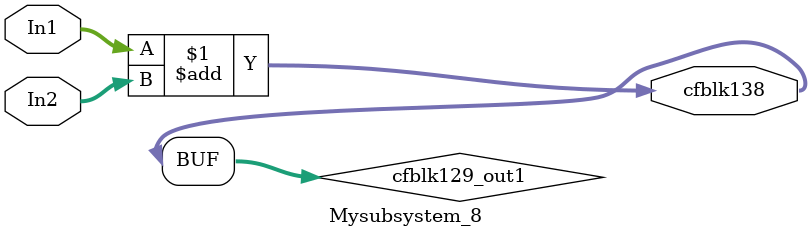
<source format=v>



`timescale 1 ns / 1 ns

module Mysubsystem_8
          (In1,
           In2,
           cfblk138);


  input   [7:0] In1;  // uint8
  input   [7:0] In2;  // uint8
  output  [7:0] cfblk138;  // uint8


  wire [7:0] cfblk129_out1;  // uint8


  assign cfblk129_out1 = In1 + In2;



  assign cfblk138 = cfblk129_out1;

endmodule  // Mysubsystem_8


</source>
